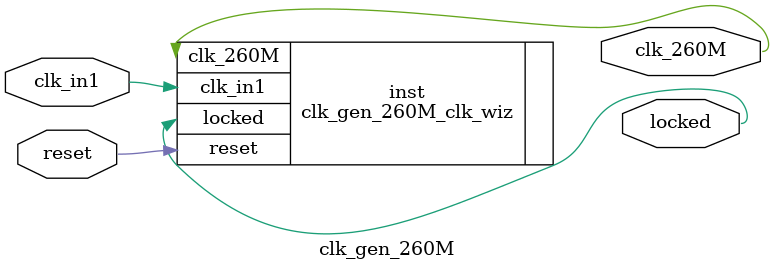
<source format=v>


`timescale 1ps/1ps

(* CORE_GENERATION_INFO = "clk_gen_260M,clk_wiz_v6_0_4_0_0,{component_name=clk_gen_260M,use_phase_alignment=true,use_min_o_jitter=false,use_max_i_jitter=false,use_dyn_phase_shift=false,use_inclk_switchover=false,use_dyn_reconfig=false,enable_axi=0,feedback_source=FDBK_AUTO,PRIMITIVE=PLL,num_out_clk=1,clkin1_period=20.000,clkin2_period=10.0,use_power_down=false,use_reset=true,use_locked=true,use_inclk_stopped=false,feedback_type=SINGLE,CLOCK_MGR_TYPE=NA,manual_override=false}" *)

module clk_gen_260M 
 (
  // Clock out ports
  output        clk_260M,
  // Status and control signals
  input         reset,
  output        locked,
 // Clock in ports
  input         clk_in1
 );

  clk_gen_260M_clk_wiz inst
  (
  // Clock out ports  
  .clk_260M(clk_260M),
  // Status and control signals               
  .reset(reset), 
  .locked(locked),
 // Clock in ports
  .clk_in1(clk_in1)
  );

endmodule

</source>
